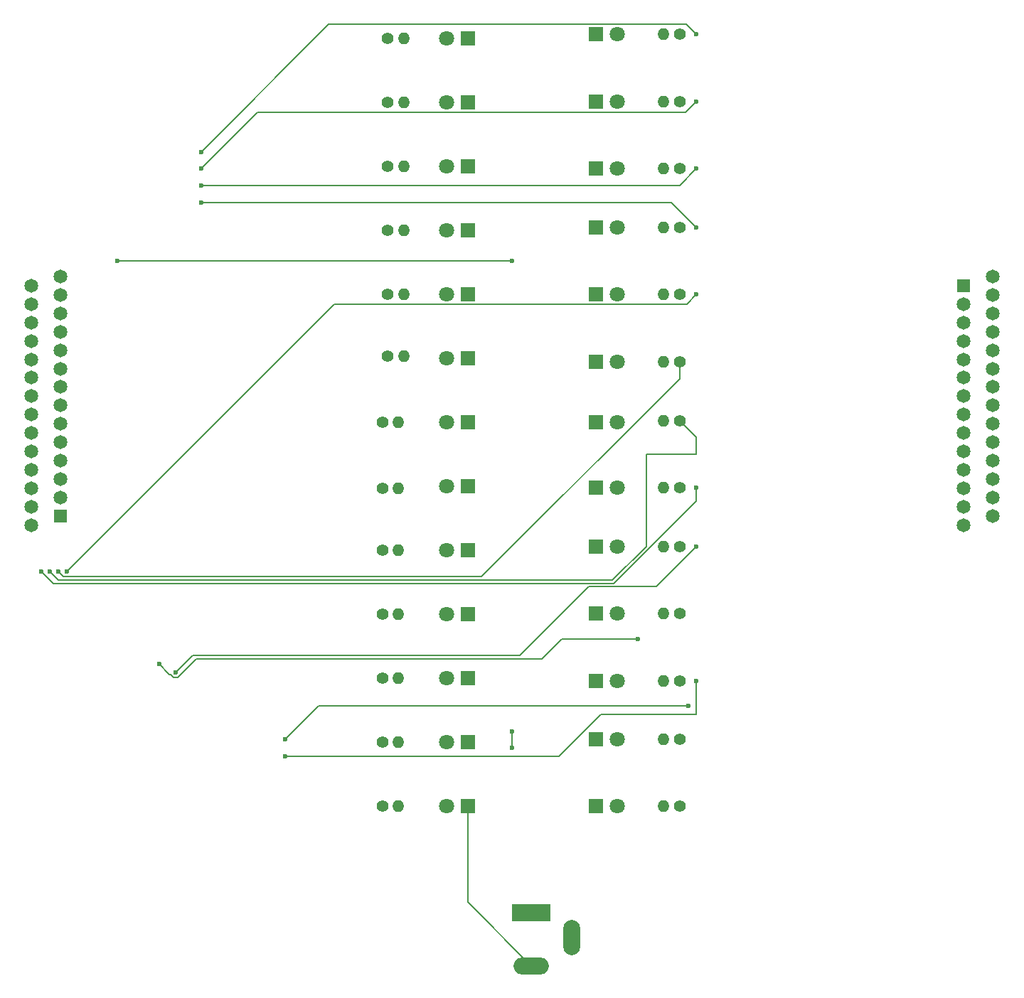
<source format=gbr>
%TF.GenerationSoftware,KiCad,Pcbnew,7.0.7*%
%TF.CreationDate,2023-08-22T14:12:51-05:00*%
%TF.ProjectId,O2 thermistor cable,4f322074-6865-4726-9d69-73746f722063,0*%
%TF.SameCoordinates,Original*%
%TF.FileFunction,Copper,L2,Bot*%
%TF.FilePolarity,Positive*%
%FSLAX46Y46*%
G04 Gerber Fmt 4.6, Leading zero omitted, Abs format (unit mm)*
G04 Created by KiCad (PCBNEW 7.0.7) date 2023-08-22 14:12:51*
%MOMM*%
%LPD*%
G01*
G04 APERTURE LIST*
%TA.AperFunction,ComponentPad*%
%ADD10R,4.600000X2.000000*%
%TD*%
%TA.AperFunction,ComponentPad*%
%ADD11O,4.200000X2.000000*%
%TD*%
%TA.AperFunction,ComponentPad*%
%ADD12O,2.000000X4.200000*%
%TD*%
%TA.AperFunction,ComponentPad*%
%ADD13R,1.800000X1.800000*%
%TD*%
%TA.AperFunction,ComponentPad*%
%ADD14C,1.800000*%
%TD*%
%TA.AperFunction,ComponentPad*%
%ADD15C,1.400000*%
%TD*%
%TA.AperFunction,ComponentPad*%
%ADD16O,1.400000X1.400000*%
%TD*%
%TA.AperFunction,ComponentPad*%
%ADD17R,1.650000X1.650000*%
%TD*%
%TA.AperFunction,ComponentPad*%
%ADD18C,1.650000*%
%TD*%
%TA.AperFunction,ViaPad*%
%ADD19C,0.600000*%
%TD*%
%TA.AperFunction,Conductor*%
%ADD20C,0.200000*%
%TD*%
G04 APERTURE END LIST*
D10*
%TO.P,J3,1*%
%TO.N,+5V*%
X119350000Y-134650000D03*
D11*
%TO.P,J3,2*%
%TO.N,GND*%
X119350000Y-140950000D03*
D12*
%TO.P,J3,3*%
%TO.N,N/C*%
X124150000Y-137550000D03*
%TD*%
D13*
%TO.P,D26,1,K*%
%TO.N,GND*%
X127000000Y-30000000D03*
D14*
%TO.P,D26,2,A*%
%TO.N,Net-(D26-A)*%
X129540000Y-30000000D03*
%TD*%
D15*
%TO.P,R6,1*%
%TO.N,Thermistor 7*%
X101600000Y-84070000D03*
D16*
%TO.P,R6,2*%
%TO.N,Net-(D6-A)*%
X103500000Y-84070000D03*
%TD*%
D15*
%TO.P,R19,1*%
%TO.N,Thermistor Ground 3*%
X137000000Y-84000000D03*
D16*
%TO.P,R19,2*%
%TO.N,Net-(D19-A)*%
X135100000Y-84000000D03*
%TD*%
D13*
%TO.P,D24,1,K*%
%TO.N,GND*%
X127000000Y-46000000D03*
D14*
%TO.P,D24,2,A*%
%TO.N,Net-(D24-A)*%
X129540000Y-46000000D03*
%TD*%
D13*
%TO.P,D11,1,K*%
%TO.N,GND*%
X111760000Y-45720000D03*
D14*
%TO.P,D11,2,A*%
%TO.N,Net-(D11-A)*%
X109220000Y-45720000D03*
%TD*%
D13*
%TO.P,D3,1,K*%
%TO.N,GND*%
X111760000Y-106680000D03*
D14*
%TO.P,D3,2,A*%
%TO.N,Net-(D3-A)*%
X109220000Y-106680000D03*
%TD*%
D17*
%TO.P,J2,1,1*%
%TO.N,Remote 1+*%
X63300000Y-87410000D03*
D18*
%TO.P,J2,2,2*%
%TO.N,Remote 1-*%
X63300000Y-85210000D03*
%TO.P,J2,3,3*%
%TO.N,Remote 2+*%
X63300000Y-83010000D03*
%TO.P,J2,4,4*%
%TO.N,Remote 2-*%
X63300000Y-80810000D03*
%TO.P,J2,5,5*%
%TO.N,Thermistor 8*%
X63300000Y-78610000D03*
%TO.P,J2,6,6*%
%TO.N,Thermistor 7*%
X63300000Y-76410000D03*
%TO.P,J2,7,7*%
%TO.N,Thermistor 6*%
X63300000Y-74210000D03*
%TO.P,J2,8,8*%
%TO.N,Thermistor 5*%
X63300000Y-72010000D03*
%TO.P,J2,9,9*%
%TO.N,Thermistor 4*%
X63300000Y-69810000D03*
%TO.P,J2,10,10*%
%TO.N,Thermistor 3*%
X63300000Y-67610000D03*
%TO.P,J2,11,11*%
%TO.N,Thermistor 2*%
X63300000Y-65410000D03*
%TO.P,J2,12,12*%
%TO.N,Thermistor 1*%
X63300000Y-63210000D03*
%TO.P,J2,13,13*%
%TO.N,Current High Channel*%
X63300000Y-61010000D03*
%TO.P,J2,14,14*%
%TO.N,Current Low Channel*%
X63300000Y-58810000D03*
%TO.P,J2,15,15*%
%TO.N,unconnected-(J2-Pad15)*%
X59800000Y-88510000D03*
%TO.P,J2,16,16*%
%TO.N,unconnected-(J2-Pad16)*%
X59800000Y-86310000D03*
%TO.P,J2,17,17*%
%TO.N,Remote 1 Shield*%
X59800000Y-84110000D03*
%TO.P,J2,18,18*%
%TO.N,Remote 2 Shield*%
X59800000Y-81910000D03*
%TO.P,J2,19,19*%
%TO.N,Thermistor Ground 1*%
X59800000Y-79710000D03*
%TO.P,J2,20,20*%
%TO.N,Thermistor Ground 2*%
X59800000Y-77510000D03*
%TO.P,J2,21,21*%
%TO.N,Thermistor Ground 3*%
X59800000Y-75310000D03*
%TO.P,J2,22,22*%
%TO.N,Thermistor Ground 4*%
X59800000Y-73110000D03*
%TO.P,J2,23,23*%
%TO.N,Thermistor Ground 5*%
X59800000Y-70910000D03*
%TO.P,J2,24,24*%
%TO.N,Thermistor Ground 6*%
X59800000Y-68710000D03*
%TO.P,J2,25,25*%
%TO.N,Thermistor Ground 7*%
X59800000Y-66510000D03*
%TO.P,J2,26,26*%
%TO.N,Thermistor Ground 8*%
X59800000Y-64310000D03*
%TO.P,J2,27,27*%
%TO.N,Current Ground*%
X59800000Y-62110000D03*
%TO.P,J2,28,28*%
%TO.N,Current Sensor PWR (+5V)*%
X59800000Y-59910000D03*
%TD*%
D13*
%TO.P,D12,1,K*%
%TO.N,GND*%
X111760000Y-38100000D03*
D14*
%TO.P,D12,2,A*%
%TO.N,Net-(D12-A)*%
X109220000Y-38100000D03*
%TD*%
D15*
%TO.P,R1,1*%
%TO.N,Remote 1+*%
X101600000Y-121920000D03*
D16*
%TO.P,R1,2*%
%TO.N,Net-(D1-A)*%
X103500000Y-121920000D03*
%TD*%
D13*
%TO.P,D8,1,K*%
%TO.N,GND*%
X111760000Y-68580000D03*
D14*
%TO.P,D8,2,A*%
%TO.N,Net-(D8-A)*%
X109220000Y-68580000D03*
%TD*%
D13*
%TO.P,D4,1,K*%
%TO.N,GND*%
X111760000Y-99060000D03*
D14*
%TO.P,D4,2,A*%
%TO.N,Net-(D4-A)*%
X109220000Y-99060000D03*
%TD*%
D15*
%TO.P,R18,1*%
%TO.N,Thermistor Ground 2*%
X137000000Y-91000000D03*
D16*
%TO.P,R18,2*%
%TO.N,Net-(D18-A)*%
X135100000Y-91000000D03*
%TD*%
D15*
%TO.P,R10,1*%
%TO.N,Thermistor 3*%
X102240000Y-53340000D03*
D16*
%TO.P,R10,2*%
%TO.N,Net-(D10-A)*%
X104140000Y-53340000D03*
%TD*%
D13*
%TO.P,D1,1,K*%
%TO.N,GND*%
X111760000Y-121920000D03*
D14*
%TO.P,D1,2,A*%
%TO.N,Net-(D1-A)*%
X109220000Y-121920000D03*
%TD*%
D13*
%TO.P,D6,1,K*%
%TO.N,GND*%
X111760000Y-83820000D03*
D14*
%TO.P,D6,2,A*%
%TO.N,Net-(D6-A)*%
X109220000Y-83820000D03*
%TD*%
D13*
%TO.P,D5,1,K*%
%TO.N,GND*%
X111760000Y-91440000D03*
D14*
%TO.P,D5,2,A*%
%TO.N,Net-(D5-A)*%
X109220000Y-91440000D03*
%TD*%
D13*
%TO.P,D10,1,K*%
%TO.N,GND*%
X111760000Y-53340000D03*
D14*
%TO.P,D10,2,A*%
%TO.N,Net-(D10-A)*%
X109220000Y-53340000D03*
%TD*%
D13*
%TO.P,D18,1,K*%
%TO.N,GND*%
X127000000Y-91000000D03*
D14*
%TO.P,D18,2,A*%
%TO.N,Net-(D18-A)*%
X129540000Y-91000000D03*
%TD*%
D13*
%TO.P,D17,1,K*%
%TO.N,GND*%
X127000000Y-99000000D03*
D14*
%TO.P,D17,2,A*%
%TO.N,Net-(D17-A)*%
X129540000Y-99000000D03*
%TD*%
D15*
%TO.P,R25,1*%
%TO.N,Current Ground*%
X137000000Y-38000000D03*
D16*
%TO.P,R25,2*%
%TO.N,Net-(D25-A)*%
X135100000Y-38000000D03*
%TD*%
D15*
%TO.P,R23,1*%
%TO.N,Thermistor Ground 7*%
X137000000Y-53000000D03*
D16*
%TO.P,R23,2*%
%TO.N,Net-(D23-A)*%
X135100000Y-53000000D03*
%TD*%
D15*
%TO.P,R3,1*%
%TO.N,Remote 2+*%
X101600000Y-106680000D03*
D16*
%TO.P,R3,2*%
%TO.N,Net-(D3-A)*%
X103500000Y-106680000D03*
%TD*%
D13*
%TO.P,D22,1,K*%
%TO.N,GND*%
X127000000Y-60960000D03*
D14*
%TO.P,D22,2,A*%
%TO.N,Net-(D22-A)*%
X129540000Y-60960000D03*
%TD*%
D15*
%TO.P,R13,1*%
%TO.N,Current High Channel*%
X102240000Y-30480000D03*
D16*
%TO.P,R13,2*%
%TO.N,Net-(D13-A)*%
X104140000Y-30480000D03*
%TD*%
D15*
%TO.P,R4,1*%
%TO.N,Remote 2-*%
X101600000Y-99060000D03*
D16*
%TO.P,R4,2*%
%TO.N,Net-(D4-A)*%
X103500000Y-99060000D03*
%TD*%
D13*
%TO.P,D14,1,K*%
%TO.N,GND*%
X127000000Y-121920000D03*
D14*
%TO.P,D14,2,A*%
%TO.N,Net-(D14-A)*%
X129540000Y-121920000D03*
%TD*%
D13*
%TO.P,D7,1,K*%
%TO.N,GND*%
X111760000Y-76200000D03*
D14*
%TO.P,D7,2,A*%
%TO.N,Net-(D7-A)*%
X109220000Y-76200000D03*
%TD*%
D17*
%TO.P,J1,1,1*%
%TO.N,+5V*%
X170762500Y-59910000D03*
D18*
%TO.P,J1,2,2*%
X170762500Y-62110000D03*
%TO.P,J1,3,3*%
X170762500Y-64310000D03*
%TO.P,J1,4,4*%
X170762500Y-66510000D03*
%TO.P,J1,5,5*%
X170762500Y-68710000D03*
%TO.P,J1,6,6*%
X170762500Y-70910000D03*
%TO.P,J1,7,7*%
X170762500Y-73110000D03*
%TO.P,J1,8,8*%
X170762500Y-75310000D03*
%TO.P,J1,9,9*%
X170762500Y-77510000D03*
%TO.P,J1,10,10*%
X170762500Y-79710000D03*
%TO.P,J1,11,11*%
X170762500Y-81910000D03*
%TO.P,J1,12,12*%
X170762500Y-84110000D03*
%TO.P,J1,13,13*%
X170762500Y-86310000D03*
%TO.P,J1,14,14*%
X170762500Y-88510000D03*
%TO.P,J1,15,15*%
%TO.N,unconnected-(J1-Pad15)*%
X174262500Y-58810000D03*
%TO.P,J1,16,16*%
%TO.N,unconnected-(J1-Pad16)*%
X174262500Y-61010000D03*
%TO.P,J1,17,17*%
%TO.N,+5V*%
X174262500Y-63210000D03*
%TO.P,J1,18,18*%
X174262500Y-65410000D03*
%TO.P,J1,19,19*%
X174262500Y-67610000D03*
%TO.P,J1,20,20*%
X174262500Y-69810000D03*
%TO.P,J1,21,21*%
X174262500Y-72010000D03*
%TO.P,J1,22,22*%
X174262500Y-74210000D03*
%TO.P,J1,23,23*%
X174262500Y-76410000D03*
%TO.P,J1,24,24*%
X174262500Y-78610000D03*
%TO.P,J1,25,25*%
X174262500Y-80810000D03*
%TO.P,J1,26,26*%
X174262500Y-83010000D03*
%TO.P,J1,27,27*%
X174262500Y-85210000D03*
%TO.P,J1,28,28*%
X174262500Y-87410000D03*
%TD*%
D13*
%TO.P,D25,1,K*%
%TO.N,GND*%
X127000000Y-38000000D03*
D14*
%TO.P,D25,2,A*%
%TO.N,Net-(D25-A)*%
X129540000Y-38000000D03*
%TD*%
D13*
%TO.P,D21,1,K*%
%TO.N,GND*%
X127000000Y-69000000D03*
D14*
%TO.P,D21,2,A*%
%TO.N,Net-(D21-A)*%
X129540000Y-69000000D03*
%TD*%
D15*
%TO.P,R15,1*%
%TO.N,Remote 1 Shield*%
X137000000Y-114000000D03*
D16*
%TO.P,R15,2*%
%TO.N,Net-(D15-A)*%
X135100000Y-114000000D03*
%TD*%
D15*
%TO.P,R17,1*%
%TO.N,Thermistor Ground 1*%
X137000000Y-99000000D03*
D16*
%TO.P,R17,2*%
%TO.N,Net-(D17-A)*%
X135100000Y-99000000D03*
%TD*%
D15*
%TO.P,R12,1*%
%TO.N,Thermistor 1*%
X102240000Y-38100000D03*
D16*
%TO.P,R12,2*%
%TO.N,Net-(D12-A)*%
X104140000Y-38100000D03*
%TD*%
D13*
%TO.P,D2,1,K*%
%TO.N,GND*%
X111760000Y-114300000D03*
D14*
%TO.P,D2,2,A*%
%TO.N,Net-(D2-A)*%
X109220000Y-114300000D03*
%TD*%
D13*
%TO.P,D15,1,K*%
%TO.N,GND*%
X127000000Y-114000000D03*
D14*
%TO.P,D15,2,A*%
%TO.N,Net-(D15-A)*%
X129540000Y-114000000D03*
%TD*%
D15*
%TO.P,R21,1*%
%TO.N,Thermistor Ground 5*%
X137000000Y-69000000D03*
D16*
%TO.P,R21,2*%
%TO.N,Net-(D21-A)*%
X135100000Y-69000000D03*
%TD*%
D13*
%TO.P,D20,1,K*%
%TO.N,GND*%
X127000000Y-76200000D03*
D14*
%TO.P,D20,2,A*%
%TO.N,Net-(D20-A)*%
X129540000Y-76200000D03*
%TD*%
D15*
%TO.P,R16,1*%
%TO.N,Remote 2 Shield*%
X137000000Y-107000000D03*
D16*
%TO.P,R16,2*%
%TO.N,Net-(D16-A)*%
X135100000Y-107000000D03*
%TD*%
D13*
%TO.P,D19,1,K*%
%TO.N,GND*%
X127000000Y-84000000D03*
D14*
%TO.P,D19,2,A*%
%TO.N,Net-(D19-A)*%
X129540000Y-84000000D03*
%TD*%
D15*
%TO.P,R5,1*%
%TO.N,Thermistor 8*%
X101600000Y-91440000D03*
D16*
%TO.P,R5,2*%
%TO.N,Net-(D5-A)*%
X103500000Y-91440000D03*
%TD*%
D15*
%TO.P,R20,1*%
%TO.N,Thermistor Ground 4*%
X137000000Y-76000000D03*
D16*
%TO.P,R20,2*%
%TO.N,Net-(D20-A)*%
X135100000Y-76000000D03*
%TD*%
D15*
%TO.P,R22,1*%
%TO.N,Thermistor Ground 6*%
X137000000Y-60960000D03*
D16*
%TO.P,R22,2*%
%TO.N,Net-(D22-A)*%
X135100000Y-60960000D03*
%TD*%
D15*
%TO.P,R26,1*%
%TO.N,Current Sensor PWR (+5V)*%
X137000000Y-30000000D03*
D16*
%TO.P,R26,2*%
%TO.N,Net-(D26-A)*%
X135100000Y-30000000D03*
%TD*%
D15*
%TO.P,R7,1*%
%TO.N,Thermistor 6*%
X101600000Y-76200000D03*
D16*
%TO.P,R7,2*%
%TO.N,Net-(D7-A)*%
X103500000Y-76200000D03*
%TD*%
D13*
%TO.P,D23,1,K*%
%TO.N,GND*%
X127000000Y-53000000D03*
D14*
%TO.P,D23,2,A*%
%TO.N,Net-(D23-A)*%
X129540000Y-53000000D03*
%TD*%
D15*
%TO.P,R11,1*%
%TO.N,Thermistor 2*%
X102240000Y-45720000D03*
D16*
%TO.P,R11,2*%
%TO.N,Net-(D11-A)*%
X104140000Y-45720000D03*
%TD*%
D15*
%TO.P,R2,1*%
%TO.N,Remote 1-*%
X101600000Y-114300000D03*
D16*
%TO.P,R2,2*%
%TO.N,Net-(D2-A)*%
X103500000Y-114300000D03*
%TD*%
D15*
%TO.P,R9,1*%
%TO.N,Thermistor 4*%
X102240000Y-60960000D03*
D16*
%TO.P,R9,2*%
%TO.N,Net-(D9-A)*%
X104140000Y-60960000D03*
%TD*%
D15*
%TO.P,R24,1*%
%TO.N,Thermistor Ground 8*%
X137000000Y-46000000D03*
D16*
%TO.P,R24,2*%
%TO.N,Net-(D24-A)*%
X135100000Y-46000000D03*
%TD*%
D13*
%TO.P,D9,1,K*%
%TO.N,GND*%
X111760000Y-60960000D03*
D14*
%TO.P,D9,2,A*%
%TO.N,Net-(D9-A)*%
X109220000Y-60960000D03*
%TD*%
D13*
%TO.P,D13,1,K*%
%TO.N,GND*%
X111760000Y-30480000D03*
D14*
%TO.P,D13,2,A*%
%TO.N,Net-(D13-A)*%
X109220000Y-30480000D03*
%TD*%
D13*
%TO.P,D16,1,K*%
%TO.N,GND*%
X127000000Y-107000000D03*
D14*
%TO.P,D16,2,A*%
%TO.N,Net-(D16-A)*%
X129540000Y-107000000D03*
%TD*%
D15*
%TO.P,R8,1*%
%TO.N,Thermistor 5*%
X102240000Y-68320000D03*
D16*
%TO.P,R8,2*%
%TO.N,Net-(D8-A)*%
X104140000Y-68320000D03*
%TD*%
D15*
%TO.P,R14,1*%
%TO.N,Current Low Channel*%
X137000000Y-121920000D03*
D16*
%TO.P,R14,2*%
%TO.N,Net-(D14-A)*%
X135100000Y-121920000D03*
%TD*%
D19*
%TO.N,Current Low Channel*%
X117000000Y-113000000D03*
X117000000Y-57000000D03*
X70000000Y-57000000D03*
X117000000Y-115000000D03*
%TO.N,Current Ground*%
X139000000Y-38000000D03*
X80000000Y-46000000D03*
%TO.N,Thermistor Ground 8*%
X139000000Y-46000000D03*
X80000000Y-48000000D03*
%TO.N,Thermistor Ground 7*%
X80000000Y-50000000D03*
X139000000Y-53000000D03*
%TO.N,Thermistor Ground 6*%
X139000000Y-61000000D03*
X64000000Y-94000000D03*
%TO.N,Thermistor Ground 5*%
X63000000Y-94000000D03*
%TO.N,Thermistor Ground 4*%
X62000000Y-94000000D03*
%TO.N,Thermistor Ground 3*%
X139000000Y-84000000D03*
X61000000Y-94000000D03*
%TO.N,Thermistor Ground 2*%
X139000000Y-91000000D03*
X77000000Y-106000000D03*
%TO.N,Thermistor Ground 1*%
X132000000Y-102000000D03*
X75000000Y-105000000D03*
%TO.N,Remote 2 Shield*%
X139000000Y-107000000D03*
X90000000Y-116000000D03*
%TO.N,Remote 1 Shield*%
X90000000Y-114000000D03*
X138000000Y-110000000D03*
%TO.N,Current Sensor PWR (+5V)*%
X80000000Y-44000000D03*
X139000000Y-30000000D03*
%TD*%
D20*
%TO.N,GND*%
X111760000Y-133360000D02*
X119350000Y-140950000D01*
X111760000Y-121920000D02*
X111760000Y-133360000D01*
%TO.N,Current Low Channel*%
X117000000Y-113000000D02*
X117000000Y-115000000D01*
X70000000Y-57000000D02*
X117000000Y-57000000D01*
%TO.N,Current Ground*%
X59140000Y-62110000D02*
X59140000Y-61895000D01*
X86700000Y-39300000D02*
X137700000Y-39300000D01*
X80000000Y-46000000D02*
X86700000Y-39300000D01*
X137700000Y-39300000D02*
X139000000Y-38000000D01*
%TO.N,Thermistor Ground 8*%
X137000000Y-48000000D02*
X139000000Y-46000000D01*
X80000000Y-48000000D02*
X137000000Y-48000000D01*
%TO.N,Thermistor Ground 7*%
X136000000Y-50000000D02*
X139000000Y-53000000D01*
X80000000Y-50000000D02*
X136000000Y-50000000D01*
%TO.N,Thermistor Ground 6*%
X137840000Y-62160000D02*
X139000000Y-61000000D01*
X64000000Y-94000000D02*
X95840000Y-62160000D01*
X95840000Y-62160000D02*
X137840000Y-62160000D01*
%TO.N,Thermistor Ground 5*%
X113400000Y-94600000D02*
X63600000Y-94600000D01*
X137000000Y-71000000D02*
X113400000Y-94600000D01*
X137000000Y-69000000D02*
X137000000Y-71000000D01*
X63600000Y-94600000D02*
X63000000Y-94000000D01*
%TO.N,Thermistor Ground 4*%
X62000000Y-94000000D02*
X63000000Y-95000000D01*
X139000000Y-78000000D02*
X137000000Y-76000000D01*
X133000000Y-91000000D02*
X133000000Y-80000000D01*
X139000000Y-80000000D02*
X139000000Y-78000000D01*
X133000000Y-80000000D02*
X139000000Y-80000000D01*
X63000000Y-95000000D02*
X129000000Y-95000000D01*
X129000000Y-95000000D02*
X133000000Y-91000000D01*
%TO.N,Thermistor Ground 3*%
X139000000Y-85565686D02*
X139000000Y-84000000D01*
X129165686Y-95400000D02*
X139000000Y-85565686D01*
X61000000Y-94000000D02*
X62400000Y-95400000D01*
X62400000Y-95400000D02*
X129165686Y-95400000D01*
%TO.N,Thermistor Ground 2*%
X118000000Y-104000000D02*
X126200000Y-95800000D01*
X134200000Y-95800000D02*
X139000000Y-91000000D01*
X79000000Y-104000000D02*
X118000000Y-104000000D01*
X77000000Y-106000000D02*
X79000000Y-104000000D01*
X126200000Y-95800000D02*
X134200000Y-95800000D01*
%TO.N,Thermistor Ground 1*%
X75000000Y-105000000D02*
X76248529Y-106248529D01*
X123000000Y-102000000D02*
X132000000Y-102000000D01*
X76751471Y-106600000D02*
X77248529Y-106600000D01*
X77248529Y-106600000D02*
X79448529Y-104400000D01*
X76400000Y-106248529D02*
X76751471Y-106600000D01*
X79448529Y-104400000D02*
X120600000Y-104400000D01*
X120600000Y-104400000D02*
X123000000Y-102000000D01*
X76248529Y-106248529D02*
X76400000Y-106248529D01*
%TO.N,Remote 2 Shield*%
X122600000Y-116000000D02*
X127600000Y-111000000D01*
X139000000Y-111000000D02*
X139000000Y-107000000D01*
X59140000Y-81910000D02*
X59090000Y-81910000D01*
X127600000Y-111000000D02*
X139000000Y-111000000D01*
X90000000Y-116000000D02*
X122600000Y-116000000D01*
%TO.N,Remote 1 Shield*%
X94000000Y-110000000D02*
X90000000Y-114000000D01*
X138000000Y-110000000D02*
X94000000Y-110000000D01*
%TO.N,Current Sensor PWR (+5V)*%
X80000000Y-44000000D02*
X95200000Y-28800000D01*
X95200000Y-28800000D02*
X137800000Y-28800000D01*
X137800000Y-28800000D02*
X139000000Y-30000000D01*
%TD*%
M02*

</source>
